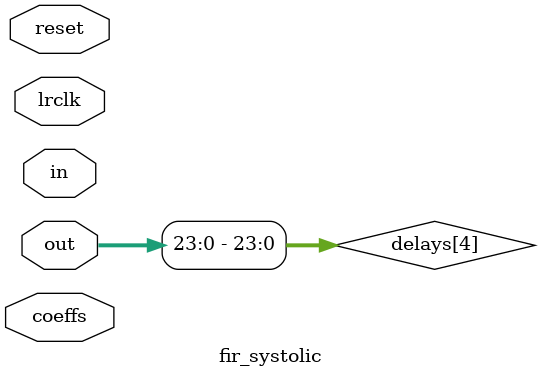
<source format=v>
`timescale 1ns / 1ps


//https://www.xilinx.com/support/documentation/ip_documentation/fir_compiler_ds534.pdf
//page 17, figure 5

module fir_systolic # (
parameter NTAPS=5,
parameter WIDTH = 32,
parameter TOP_BIT=23
)
(
input wire reset,
input wire lrclk,
input wire [23:0] in,
input wire [23:0] out,
input wire [(NTAPS)*(WIDTH)-1:0] coeffs
    );
    //constants we need
    localparam NPIPES = 2*(NTAPS-1);
    localparam NDELAYS = NTAPS;
    localparam NADDS = NTAPS-1;
    localparam NMULS = NTAPS;
    
    //declare the pipeline stages
    reg [23:0] pipes[NPIPES-1:0];
    reg [WIDTH-1:0] delays[NDELAYS-1:0];
    
    //declare the continuous stages
    wire [WIDTH-1:0] muls[NMULS-1:0];
    wire [WIDTH-1:0] adds[NADDS-1:0];
    
    //make the continuous assignments
    genvar j;
    //muls
    for (j=0; j<NMULS; j=j+1)
        begin
            if (j==0)
                begin
                    assign muls[j][WIDTH-1:0] = in[23:0] * coeffs[j*WIDTH +: WIDTH];
                end
            else
                begin
                    assign muls[j][WIDTH-1:0] = pipes[(2*j)-1][23:0] * coeffs[j*WIDTH +: WIDTH];
                end
        end
    //adds
    for (j=0; j<NADDS; j=j+1)
        begin
            assign adds[j][WIDTH-1:0] = delays[j][WIDTH-1:0] + muls[j+1][WIDTH-1:0];
        end
    
    
    
   
    assign out[23:0] = delays[NDELAYS-1][TOP_BIT -: 24];
    integer i;
    always @(negedge lrclk)
    begin
        if (reset)
        begin
            for (i=0; i<NDELAYS; i=i+1) delays[i]<=0;
            for (i=0; i<NPIPES; i=i+1) pipes[i]<=0;
        end
        else
        begin
            //pipeline
            for (i=0; i<NPIPES; i=i+1)
                begin
                    if (i==0)
                        begin
                            pipes[i][23:0] <= in[23:0];
                        end
                    else
                        begin
                            pipes[i][23:0] <= pipes[i-1][23:0];
                        end
                end
               
            //delays
            for (i=0; i<NDELAYS; i=i+1)
                begin
                    if (i==0)
                        begin
                            delays[i][WIDTH-1:0] <= muls[i][WIDTH-1:0];
                        end
                    else
                        begin
                            delays[i][WIDTH-1:0] <= adds[i-1][WIDTH-1:0];
                        end
                end
                
        end
    end
endmodule

</source>
